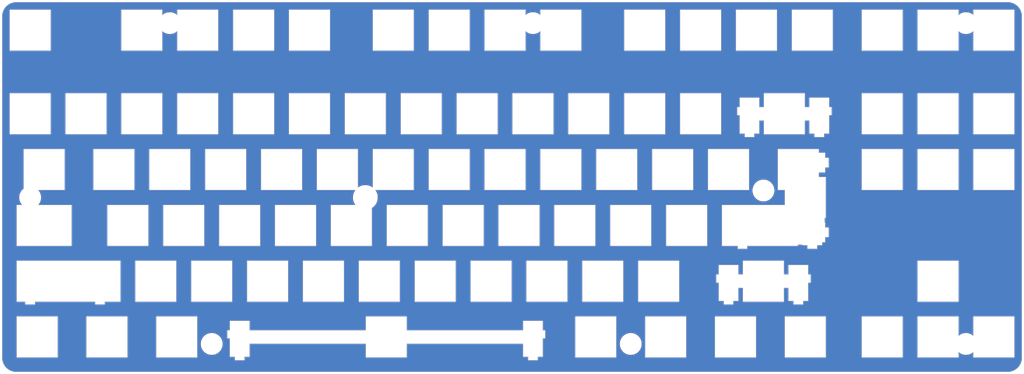
<source format=kicad_pcb>
(kicad_pcb (version 20221018) (generator pcbnew)
  (title_block (title "Belja80 Switchplate") (date "2023-02-26") (rev "1.0") (company "Egill Milan Gunnarsson") (comment 1 "Author:"))
  (layers (0 "F.Cu" signal) (31 "B.Cu" signal) (34 "B.Paste" user) (35 "F.Paste" user) (36 "B.SilkS" user "B.Silkscreen") (37 "F.SilkS" user "F.Silkscreen") (38 "B.Mask" user) (39 "F.Mask" user) (44 "Edge.Cuts" user))
  (net 0 "")
  (footprint "" (layer "F.Cu") (at 41.275 138.1125)
    (fp_text reference "" (at 0 0) (layer "F.SilkS") (effects (font (size 1.27 1.27))))
    (fp_text value "" (at 0 0) (layer "F.SilkS") (effects (font (size 1.27 1.27))))
    (pad "" np_thru_hole circle (at 0 0) (size 7 7) (drill 7) (layers "*.Cu" "*.Mask"))
  )
  (footprint "" (layer "F.Cu") (at 360.3625 78.58125)
    (fp_text reference "" (at 0 0) (layer "F.SilkS") (effects (font (size 1.27 1.27))))
    (fp_text value "" (at 0 0) (layer "F.SilkS") (effects (font (size 1.27 1.27))))
    (pad "" np_thru_hole circle (at 0 0) (size 7 7) (drill 7) (layers "*.Cu" "*.Mask"))
  )
  (footprint "" (layer "F.Cu") (at 291.30625 135.73125)
    (fp_text reference "" (at 0 0) (layer "F.SilkS") (effects (font (size 1.27 1.27))))
    (fp_text value "" (at 0 0) (layer "F.SilkS") (effects (font (size 1.27 1.27))))
    (pad "" np_thru_hole circle (at 0 0) (size 7 7) (drill 7) (layers "*.Cu" "*.Mask"))
  )
  (footprint "" (layer "F.Cu") (at 360.3625 188.11875)
    (fp_text reference "" (at 0 0) (layer "F.SilkS") (effects (font (size 1.27 1.27))))
    (fp_text value "" (at 0 0) (layer "F.SilkS") (effects (font (size 1.27 1.27))))
    (pad "" np_thru_hole circle (at 0 0) (size 7 7) (drill 7) (layers "*.Cu" "*.Mask"))
  )
  (footprint "" (layer "F.Cu") (at 103.1875 188.11875)
    (fp_text reference "" (at 0 0) (layer "F.SilkS") (effects (font (size 1.27 1.27))))
    (fp_text value "" (at 0 0) (layer "F.SilkS") (effects (font (size 1.27 1.27))))
    (pad "" np_thru_hole circle (at 0 0) (size 7 7) (drill 7) (layers "*.Cu" "*.Mask"))
  )
  (footprint "" (layer "F.Cu") (at 88.9 78.58125)
    (fp_text reference "" (at 0 0) (layer "F.SilkS") (effects (font (size 1.27 1.27))))
    (fp_text value "" (at 0 0) (layer "F.SilkS") (effects (font (size 1.27 1.27))))
    (pad "" np_thru_hole circle (at 0 0) (size 7 7) (drill 7) (layers "*.Cu" "*.Mask"))
  )
  (footprint "" (layer "F.Cu") (at 155.575 138.1125)
    (fp_text reference "" (at 0 0) (layer "F.SilkS") (effects (font (size 1.27 1.27))))
    (fp_text value "" (at 0 0) (layer "F.SilkS") (effects (font (size 1.27 1.27))))
    (pad "" np_thru_hole circle (at 0 0) (size 8 8) (drill 8) (layers "*.Cu" "*.Mask"))
  )
  (footprint "" (layer "F.Cu") (at 246.0625 188.11875)
    (fp_text reference "" (at 0 0) (layer "F.SilkS") (effects (font (size 1.27 1.27))))
    (fp_text value "" (at 0 0) (layer "F.SilkS") (effects (font (size 1.27 1.27))))
    (pad "" np_thru_hole circle (at 0 0) (size 7 7) (drill 7) (layers "*.Cu" "*.Mask"))
  )
  (footprint "" (layer "F.Cu") (at 212.725 78.58125)
    (fp_text reference "" (at 0 0) (layer "F.SilkS") (effects (font (size 1.27 1.27))))
    (fp_text value "" (at 0 0) (layer "F.SilkS") (effects (font (size 1.27 1.27))))
    (pad "" np_thru_hole circle (at 0 0) (size 7 7) (drill 7) (layers "*.Cu" "*.Mask"))
  )
  (gr_line (start 262.874915 87.9615) (end 262.874915 73.9625) (stroke (width 0.1)) (layer "Edge.Cuts"))
  (gr_line (start 303.067915 154.2123) (end 304.591915 154.2123) (stroke (width 0.1)) (layer "Edge.Cuts"))
  (gr_line (start 143.523915 87.9615) (end 129.523215 87.9615) (stroke (width 0.1)) (layer "Edge.Cuts"))
  (gr_line (start 267.348915 121.5874) (end 267.348915 135.5867) (stroke (width 0.1)) (layer "Edge.Cuts"))
  (gr_line (start 162.573915 102.5374) (end 162.573915 116.5367) (stroke (width 0.1)) (layer "Edge.Cuts"))
  (gr_line (start 313.562915 124.5624) (end 312.362915 124.5624) (stroke (width 0.1)) (layer "Edge.Cuts"))
  (gr_line (start 205.724915 116.5367) (end 205.724915 102.5374) (stroke (width 0.1)) (layer "Edge.Cuts"))
  (gr_line (start 169.717915 178.7374) (end 155.716915 178.7374) (stroke (width 0.1)) (layer "Edge.Cuts"))
  (gr_line (start 257.823915 87.9615) (end 243.824915 87.9615) (stroke (width 0.1)) (layer "Edge.Cuts"))
  (gr_line (start 124.473915 73.9625) (end 124.473915 87.9615) (stroke (width 0.1)) (layer "Edge.Cuts"))
  (gr_line (start 36.655825 173.6869) (end 39.631005 173.6869) (stroke (width 0.1)) (layer "Edge.Cuts"))
  (gr_line (start 288.198915 117.5069) (end 288.198915 116.3067) (stroke (width 0.1)) (layer "Edge.Cuts"))
  (gr_line (start 258.111915 154.6367) (end 258.111915 140.6374) (stroke (width 0.1)) (layer "Edge.Cuts"))
  (gr_line (start 74.467715 192.73686) (end 60.466915 192.73686) (stroke (width 0.1)) (layer "Edge.Cuts"))
  (gr_line (start 243.536915 173.6869) (end 229.536915 173.6869) (stroke (width 0.1)) (layer "Edge.Cuts"))
  (gr_line (start 291.449915 107.2379) (end 289.923915 107.2379) (stroke (width 0.1)) (layer "Edge.Cuts"))
  (gr_line (start 84.280915 192.73686) (end 84.280915 178.7374) (stroke (width 0.1)) (layer "Edge.Cuts"))
  (gr_line (start 227.155915 192.73686) (end 227.155915 178.7374) (stroke (width 0.1)) (layer "Edge.Cuts"))
  (gr_line (start 172.098915 121.5874) (end 172.098915 135.5867) (stroke (width 0.1)) (layer "Edge.Cuts"))
  (gr_line (start 253.061915 140.6374) (end 253.061915 154.6367) (stroke (width 0.1)) (layer "Edge.Cuts"))
  (gr_line (start 129.236415 173.6869) (end 115.237115 173.6869) (stroke (width 0.1)) (layer "Edge.Cuts"))
  (gr_line (start 91.136415 159.6875) (end 91.136415 173.6869) (stroke (width 0.1)) (layer "Edge.Cuts"))
  (gr_line (start 186.674915 116.5367) (end 186.674915 102.5374) (stroke (width 0.1)) (layer "Edge.Cuts"))
  (gr_line (start 304.591915 154.2123) (end 304.591915 154.4067) (stroke (width 0.1)) (layer "Edge.Cuts"))
  (gr_line (start 53.324615 116.5367) (end 53.324615 102.5374) (stroke (width 0.1)) (layer "Edge.Cuts"))
  (gr_line (start 298.304915 168.9878) (end 299.830915 168.9878) (stroke (width 0.1)) (layer "Edge.Cuts"))
  (gr_line (start 343.836915 116.5367) (end 343.836915 102.5374) (stroke (width 0.1)) (layer "Edge.Cuts"))
  (gr_line (start 138.761915 140.6374) (end 138.761915 154.6367) (stroke (width 0.1)) (layer "Edge.Cuts"))
  (gr_line (start 308.699915 116.3067) (end 308.699915 117.5069) (stroke (width 0.1)) (layer "Edge.Cuts"))
  (gr_line (start 314.549915 110.0368) (end 314.549915 107.2379) (stroke (width 0.1)) (layer "Edge.Cuts"))
  (gr_line (start 100.661415 140.6374) (end 100.661415 154.6367) (stroke (width 0.1)) (layer "Edge.Cuts"))
  (gr_line (start 281.054915 174.657) (end 281.054915 173.4567) (stroke (width 0.1)) (layer "Edge.Cuts"))
  (gr_line (start 324.786915 87.9615) (end 324.786915 73.9625) (stroke (width 0.1)) (layer "Edge.Cuts"))
  (gr_line (start 243.824915 73.9625) (end 257.823915 73.9625) (stroke (width 0.1)) (layer "Edge.Cuts"))
  (gr_line (start 295.923915 87.9615) (end 281.924915 87.9615) (stroke (width 0.1)) (layer "Edge.Cuts"))
  (gr_line (start 95.898915 135.5867) (end 81.899615 135.5867) (stroke (width 0.1)) (layer "Edge.Cuts"))
  (gr_line (start 313.723915 110.0368) (end 314.549915 110.0368) (stroke (width 0.1)) (layer "Edge.Cuts"))
  (gr_line (start 34.274565 116.5367) (end 34.274565 102.5374) (stroke (width 0.1)) (layer "Edge.Cuts"))
  (gr_line (start 72.374615 102.5374) (end 86.373915 102.5374) (stroke (width 0.1)) (layer "Edge.Cuts"))
  (gr_line (start 277.161915 140.6374) (end 277.161915 154.6367) (stroke (width 0.1)) (layer "Edge.Cuts"))
  (gr_line (start 76.848915 135.5867) (end 62.849615 135.5867) (stroke (width 0.1)) (layer "Edge.Cuts"))
  (gr_line (start 295.923915 73.9625) (end 295.923915 87.9615) (stroke (width 0.1)) (layer "Edge.Cuts"))
  (gr_line (start 357.836915 135.5867) (end 343.836915 135.5867) (stroke (width 0.1)) (layer "Edge.Cuts"))
  (gr_line (start 105.423915 73.9625) (end 105.423915 87.9615) (stroke (width 0.1)) (layer "Edge.Cuts"))
  (gr_line (start 53.324615 102.5374) (end 67.323915 102.5374) (stroke (width 0.1)) (layer "Edge.Cuts"))
  (gr_line (start 282.780915 164.3879) (end 282.780915 161.1577) (stroke (width 0.1)) (layer "Edge.Cuts"))
  (gr_line (start 282.780915 161.1577) (end 276.030915 161.1577) (stroke (width 0.1)) (layer "Edge.Cuts"))
  (gr_line (start 324.786915 192.73686) (end 324.786915 178.7374) (stroke (width 0.1)) (layer "Edge.Cuts"))
  (gr_line (start 216.092915 180.2077) (end 209.341915 180.2077) (stroke (width 0.1)) (layer "Edge.Cuts"))
  (gr_line (start 257.823915 73.9625) (end 257.823915 87.9615) (stroke (width 0.1)) (layer "Edge.Cuts"))
  (gr_line (start 219.723915 102.5374) (end 219.723915 116.5367) (stroke (width 0.1)) (layer "Edge.Cuts"))
  (gr_line (start 105.423915 87.9615) (end 91.424615 87.9615) (stroke (width 0.1)) (layer "Edge.Cuts"))
  (gr_line (start 191.148915 121.5874) (end 191.148915 135.5867) (stroke (width 0.1)) (layer "Edge.Cuts"))
  (gr_line (start 196.199915 87.9615) (end 196.199915 73.9625) (stroke (width 0.1)) (layer "Edge.Cuts"))
  (gr_line (start 362.886915 87.9615) (end 362.886915 73.9625) (stroke (width 0.1)) (layer "Edge.Cuts"))
  (gr_line (start 277.161915 154.6367) (end 282.516915 154.6367) (stroke (width 0.1)) (layer "Edge.Cuts"))
  (gr_line (start 310.211915 122.8373) (end 310.211915 121.5874) (stroke (width 0.1)) (layer "Edge.Cuts"))
  (gr_arc (start 31.75 76.2) (mid 33.144904 72.832404) (end 36.5125 71.4375) (stroke (width 0.1)) (layer "Edge.Cuts"))
  (gr_line (start 155.716915 188.03777) (end 155.716915 192.73686) (stroke (width 0.1)) (layer "Edge.Cuts"))
  (gr_line (start 157.811915 140.6374) (end 157.811915 154.6367) (stroke (width 0.1)) (layer "Edge.Cuts"))
  (gr_line (start 39.631005 174.657) (end 42.930015 174.657) (stroke (width 0.1)) (layer "Edge.Cuts"))
  (gr_line (start 195.911915 154.6367) (end 181.911915 154.6367) (stroke (width 0.1)) (layer "Edge.Cuts"))
  (gr_line (start 324.786915 73.9625) (end 338.786915 73.9625) (stroke (width 0.1)) (layer "Edge.Cuts"))
  (gr_line (start 115.237115 159.6875) (end 129.236415 159.6875) (stroke (width 0.1)) (layer "Edge.Cuts"))
  (gr_line (start 158.099915 135.5867) (end 158.099915 121.5874) (stroke (width 0.1)) (layer "Edge.Cuts"))
  (gr_line (start 312.166915 146.6375) (end 312.166915 145.1117) (stroke (width 0.1)) (layer "Edge.Cuts"))
  (gr_line (start 313.562915 151.6618) (end 313.562915 148.3626) (stroke (width 0.1)) (layer "Edge.Cuts"))
  (gr_line (start 276.030915 167.1867) (end 276.030915 173.4567) (stroke (width 0.1)) (layer "Edge.Cuts"))
  (gr_line (start 155.716915 192.73686) (end 169.717915 192.73686) (stroke (width 0.1)) (layer "Edge.Cuts"))
  (gr_line (start 209.341915 192.50673) (end 211.066915 192.50673) (stroke (width 0.1)) (layer "Edge.Cuts"))
  (gr_line (start 309.617915 154.4067) (end 311.342915 154.4067) (stroke (width 0.1)) (layer "Edge.Cuts"))
  (gr_line (start 176.861915 140.6374) (end 176.861915 154.6367) (stroke (width 0.1)) (layer "Edge.Cuts"))
  (gr_line (start 81.611415 140.6374) (end 81.611415 154.6367) (stroke (width 0.1)) (layer "Edge.Cuts"))
  (gr_line (start 48.274115 116.5367) (end 34.274565 116.5367) (stroke (width 0.1)) (layer "Edge.Cuts"))
  (gr_line (start 114.948915 121.5874) (end 114.948915 135.5867) (stroke (width 0.1)) (layer "Edge.Cuts"))
  (gr_line (start 276.873915 102.5374) (end 276.873915 116.5367) (stroke (width 0.1)) (layer "Edge.Cuts"))
  (gr_line (start 181.623915 102.5374) (end 181.623915 116.5367) (stroke (width 0.1)) (layer "Edge.Cuts"))
  (gr_line (start 36.5125 197.64375) (end 374.65 197.64375) (stroke (width 0.1)) (layer "Edge.Cuts"))
  (gr_line (start 91.424615 73.9625) (end 105.423915 73.9625) (stroke (width 0.1)) (layer "Edge.Cuts"))
  (gr_line (start 248.586915 173.6869) (end 248.586915 159.6875) (stroke (width 0.1)) (layer "Edge.Cuts"))
  (gr_line (start 276.030915 164.3879) (end 275.204915 164.3879) (stroke (width 0.1)) (layer "Edge.Cuts"))
  (gr_line (start 153.336915 159.6875) (end 167.336915 159.6875) (stroke (width 0.1)) (layer "Edge.Cuts"))
  (gr_line (start 306.974915 107.2379) (end 305.448915 107.2379) (stroke (width 0.1)) (layer "Edge.Cuts"))
  (gr_line (start 362.886915 178.7374) (end 376.886915 178.7374) (stroke (width 0.1)) (layer "Edge.Cuts"))
  (gr_line (start 258.111915 140.6374) (end 272.111915 140.6374) (stroke (width 0.1)) (layer "Edge.Cuts"))
  (gr_line (start 374.65 71.4375) (end 36.5125 71.4375) (stroke (width 0.1)) (layer "Edge.Cuts"))
  (gr_line (start 96.187115 159.6875) (end 110.186415 159.6875) (stroke (width 0.1)) (layer "Edge.Cuts"))
  (gr_line (start 285.815915 154.6367) (end 303.067915 154.6367) (stroke (width 0.1)) (layer "Edge.Cuts"))
  (gr_line (start 343.836915 173.6869) (end 343.836915 159.6875) (stroke (width 0.1)) (layer "Edge.Cuts"))
  (gr_line (start 284.304915 164.3879) (end 282.780915 164.3879) (stroke (width 0.1)) (layer "Edge.Cuts"))
  (gr_line (start 167.336915 173.6869) (end 153.336915 173.6869) (stroke (width 0.1)) (layer "Edge.Cuts"))
  (gr_line (start 299.830915 161.1577) (end 299.830915 164.3879) (stroke (width 0.1)) (layer "Edge.Cuts"))
  (gr_line (start 257.823915 102.5374) (end 257.823915 116.5367) (stroke (width 0.1)) (layer "Edge.Cuts"))
  (gr_line (start 91.424615 116.5367) (end 91.424615 102.5374) (stroke (width 0.1)) (layer "Edge.Cuts"))
  (gr_line (start 229.536915 159.6875) (end 243.536915 159.6875) (stroke (width 0.1)) (layer "Edge.Cuts"))
  (gr_line (start 362.886915 135.5867) (end 362.886915 121.5874) (stroke (width 0.1)) (layer "Edge.Cuts"))
  (gr_line (start 307.405915 167.1867) (end 307.405915 164.3879) (stroke (width 0.1)) (layer "Edge.Cuts"))
  (gr_line (start 220.011915 140.6374) (end 234.011915 140.6374) (stroke (width 0.1)) (layer "Edge.Cuts"))
  (gr_line (start 298.591915 140.6374) (end 277.161915 140.6374) (stroke (width 0.1)) (layer "Edge.Cuts"))
  (gr_line (start 195.911915 140.6374) (end 195.911915 154.6367) (stroke (width 0.1)) (layer "Edge.Cuts"))
  (gr_line (start 283.174915 104.0078) (end 283.174915 107.2379) (stroke (width 0.1)) (layer "Edge.Cuts"))
  (gr_line (start 95.898915 121.5874) (end 95.898915 135.5867) (stroke (width 0.1)) (layer "Edge.Cuts"))
  (gr_line (start 376.886915 178.7374) (end 376.886915 192.73686) (stroke (width 0.1)) (layer "Edge.Cuts"))
  (gr_line (start 312.592915 131.1124) (end 310.211915 131.1124) (stroke (width 0.1)) (layer "Edge.Cuts"))
  (gr_line (start 362.886915 192.73686) (end 362.886915 178.7374) (stroke (width 0.1)) (layer "Edge.Cuts"))
  (gr_line (start 313.723915 116.3067) (end 313.723915 110.0368) (stroke (width 0.1)) (layer "Edge.Cuts"))
  (gr_line (start 281.924915 87.9615) (end 281.924915 73.9625) (stroke (width 0.1)) (layer "Edge.Cuts"))
  (gr_line (start 296.211915 121.5874) (end 296.211915 135.5867) (stroke (width 0.1)) (layer "Edge.Cuts"))
  (gr_line (start 114.948915 135.5867) (end 100.949615 135.5867) (stroke (width 0.1)) (layer "Edge.Cuts"))
  (gr_line (start 86.373915 87.9615) (end 72.374615 87.9615) (stroke (width 0.1)) (layer "Edge.Cuts"))
  (gr_line (start 283.174915 110.0368) (end 283.174915 116.3067) (stroke (width 0.1)) (layer "Edge.Cuts"))
  (gr_line (start 282.348915 107.2379) (end 282.348915 110.0368) (stroke (width 0.1)) (layer "Edge.Cuts"))
  (gr_line (start 148.572915 116.5367) (end 148.572915 102.5374) (stroke (width 0.1)) (layer "Edge.Cuts"))
  (gr_line (start 357.836915 121.5874) (end 357.836915 135.5867) (stroke (width 0.1)) (layer "Edge.Cuts"))
  (gr_line (start 229.536915 173.6869) (end 229.536915 159.6875) (stroke (width 0.1)) (layer "Edge.Cuts"))
  (gr_line (start 72.374615 87.9615) (end 72.374615 73.9625) (stroke (width 0.1)) (layer "Edge.Cuts"))
  (gr_line (start 110.474615 87.9615) (end 110.474615 73.9625) (stroke (width 0.1)) (layer "Edge.Cuts"))
  (gr_line (start 298.304915 159.6875) (end 284.304915 159.6875) (stroke (width 0.1)) (layer "Edge.Cuts"))
  (gr_line (start 311.998915 116.3067) (end 313.723915 116.3067) (stroke (width 0.1)) (layer "Edge.Cuts"))
  (gr_line (start 284.304915 168.9878) (end 284.304915 173.6869) (stroke (width 0.1)) (layer "Edge.Cuts"))
  (gr_line (start 313.723915 104.0078) (end 306.974915 104.0078) (stroke (width 0.1)) (layer "Edge.Cuts"))
  (gr_line (start 304.591915 154.4067) (end 306.316915 154.4067) (stroke (width 0.1)) (layer "Edge.Cuts"))
  (gr_line (start 72.374615 73.9625) (end 86.373915 73.9625) (stroke (width 0.1)) (layer "Edge.Cuts"))
  (gr_line (start 291.449915 102.5374) (end 291.449915 107.2379) (stroke (width 0.1)) (layer "Edge.Cuts"))
  (gr_line (start 275.204915 167.1867) (end 276.030915 167.1867) (stroke (width 0.1)) (layer "Edge.Cuts"))
  (gr_line (start 362.886915 102.5374) (end 376.886915 102.5374) (stroke (width 0.1)) (layer "Edge.Cuts"))
  (gr_line (start 248.298915 135.5867) (end 234.299915 135.5867) (stroke (width 0.1)) (layer "Edge.Cuts"))
  (gr_line (start 262.874915 116.5367) (end 262.874915 102.5374) (stroke (width 0.1)) (layer "Edge.Cuts"))
  (gr_line (start 116.093015 183.4379) (end 116.093015 180.2077) (stroke (width 0.1)) (layer "Edge.Cuts"))
  (gr_line (start 289.923915 116.3067) (end 289.923915 111.8377) (stroke (width 0.1)) (layer "Edge.Cuts"))
  (gr_line (start 181.911915 140.6374) (end 195.911915 140.6374) (stroke (width 0.1)) (layer "Edge.Cuts"))
  (gr_line (start 124.762115 154.6367) (end 124.762115 140.6374) (stroke (width 0.1)) (layer "Edge.Cuts"))
  (gr_line (start 253.349915 135.5867) (end 253.349915 121.5874) (stroke (width 0.1)) (layer "Edge.Cuts"))
  (gr_line (start 215.249915 121.5874) (end 229.248915 121.5874) (stroke (width 0.1)) (layer "Edge.Cuts"))
  (gr_line (start 343.836915 178.7374) (end 357.836915 178.7374) (stroke (width 0.1)) (layer "Edge.Cuts"))
  (gr_line (start 211.066915 192.50673) (end 211.066915 193.707) (stroke (width 0.1)) (layer "Edge.Cuts"))
  (gr_line (start 110.474615 73.9625) (end 124.473915 73.9625) (stroke (width 0.1)) (layer "Edge.Cuts"))
  (gr_line (start 305.448915 111.8377) (end 306.974915 111.8377) (stroke (width 0.1)) (layer "Edge.Cuts"))
  (gr_line (start 284.304915 159.6875) (end 284.304915 164.3879) (stroke (width 0.1)) (layer "Edge.Cuts"))
  (gr_line (start 362.886915 121.5874) (end 376.886915 121.5874) (stroke (width 0.1)) (layer "Edge.Cuts"))
  (gr_line (start 286.398915 121.5874) (end 286.398915 135.5867) (stroke (width 0.1)) (layer "Edge.Cuts"))
  (gr_line (start 276.873915 87.9615) (end 262.874915 87.9615) (stroke (width 0.1)) (layer "Edge.Cuts"))
  (gr_line (start 172.098915 87.9615) (end 158.099915 87.9615) (stroke (width 0.1)) (layer "Edge.Cuts"))
  (gr_line (start 66.730115 173.6869) (end 72.086415 173.6869) (stroke (width 0.1)) (layer "Edge.Cuts"))
  (gr_line (start 119.711415 154.6367) (end 105.712115 154.6367) (stroke (width 0.1)) (layer "Edge.Cuts"))
  (gr_line (start 110.186415 159.6875) (end 110.186415 173.6869) (stroke (width 0.1)) (layer "Edge.Cuts"))
  (gr_line (start 311.342915 154.4067) (end 311.342915 153.3868) (stroke (width 0.1)) (layer "Edge.Cuts"))
  (gr_line (start 105.712115 140.6374) (end 119.711415 140.6374) (stroke (width 0.1)) (layer "Edge.Cuts"))
  (gr_line (start 111.066915 193.707) (end 114.367515 193.707) (stroke (width 0.1)) (layer "Edge.Cuts"))
  (gr_line (start 158.099915 87.9615) (end 158.099915 73.9625) (stroke (width 0.1)) (layer "Edge.Cuts"))
  (gr_line (start 234.011915 154.6367) (end 220.011915 154.6367) (stroke (width 0.1)) (layer "Edge.Cuts"))
  (gr_line (start 158.099915 73.9625) (end 172.098915 73.9625) (stroke (width 0.1)) (layer "Edge.Cuts"))
  (gr_line (start 310.211915 121.5874) (end 296.211915 121.5874) (stroke (width 0.1)) (layer "Edge.Cuts"))
  (gr_line (start 48.274115 87.9615) (end 34.274565 87.9615) (stroke (width 0.1)) (layer "Edge.Cuts"))
  (gr_line (start 62.849615 135.5867) (end 62.849615 121.5874) (stroke (width 0.1)) (layer "Edge.Cuts"))
  (gr_line (start 36.655825 140.6374) (end 55.417815 140.6374) (stroke (width 0.1)) (layer "Edge.Cuts"))
  (gr_line (start 248.586915 159.6875) (end 262.586915 159.6875) (stroke (width 0.1)) (layer "Edge.Cuts"))
  (gr_line (start 157.811915 154.6367) (end 143.811915 154.6367) (stroke (width 0.1)) (layer "Edge.Cuts"))
  (gr_line (start 124.473915 116.5367) (end 110.474615 116.5367) (stroke (width 0.1)) (layer "Edge.Cuts"))
  (gr_line (start 50.655315 178.7374) (end 50.655315 192.73686) (stroke (width 0.1)) (layer "Edge.Cuts"))
  (gr_line (start 312.592915 192.73686) (end 298.591915 192.73686) (stroke (width 0.1)) (layer "Edge.Cuts"))
  (gr_line (start 338.786915 116.5367) (end 324.786915 116.5367) (stroke (width 0.1)) (layer "Edge.Cuts"))
  (gr_line (start 376.886915 87.9615) (end 362.886915 87.9615) (stroke (width 0.1)) (layer "Edge.Cuts"))
  (gr_line (start 224.486915 159.6875) (end 224.486915 173.6869) (stroke (width 0.1)) (layer "Edge.Cuts"))
  (gr_line (start 63.429715 173.6869) (end 63.429715 174.657) (stroke (width 0.1)) (layer "Edge.Cuts"))
  (gr_line (start 314.973915 73.9625) (end 314.973915 87.9615) (stroke (width 0.1)) (layer "Edge.Cuts"))
  (gr_line (start 55.417815 140.6374) (end 55.417815 154.6367) (stroke (width 0.1)) (layer "Edge.Cuts"))
  (gr_line (start 281.054915 173.4567) (end 282.780915 173.4567) (stroke (width 0.1)) (layer "Edge.Cuts"))
  (gr_line (start 186.386915 159.6875) (end 186.386915 173.6869) (stroke (width 0.1)) (layer "Edge.Cuts"))
  (gr_line (start 111.066915 192.50673) (end 111.066915 193.707) (stroke (width 0.1)) (layer "Edge.Cuts"))
  (gr_line (start 376.886915 73.9625) (end 376.886915 87.9615) (stroke (width 0.1)) (layer "Edge.Cuts"))
  (gr_line (start 284.304915 173.6869) (end 298.304915 173.6869) (stroke (width 0.1)) (layer "Edge.Cuts"))
  (gr_line (start 243.824915 87.9615) (end 243.824915 73.9625) (stroke (width 0.1)) (layer "Edge.Cuts"))
  (gr_line (start 324.786915 121.5874) (end 338.786915 121.5874) (stroke (width 0.1)) (layer "Edge.Cuts"))
  (gr_line (start 298.591915 192.73686) (end 298.591915 178.7374) (stroke (width 0.1)) (layer "Edge.Cuts"))
  (gr_line (start 253.349915 121.5874) (end 267.348915 121.5874) (stroke (width 0.1)) (layer "Edge.Cuts"))
  (gr_line (start 229.248915 73.9625) (end 229.248915 87.9615) (stroke (width 0.1)) (layer "Edge.Cuts"))
  (gr_line (start 34.274565 102.5374) (end 48.274115 102.5374) (stroke (width 0.1)) (layer "Edge.Cuts"))
  (gr_line (start 276.030915 161.1577) (end 276.030915 164.3879) (stroke (width 0.1)) (layer "Edge.Cuts"))
  (gr_line (start 338.786915 192.73686) (end 324.786915 192.73686) (stroke (width 0.1)) (layer "Edge.Cuts"))
  (gr_line (start 67.323915 102.5374) (end 67.323915 116.5367) (stroke (width 0.1)) (layer "Edge.Cuts"))
  (gr_line (start 312.166915 145.1117) (end 312.592915 145.1117) (stroke (width 0.1)) (layer "Edge.Cuts"))
  (gr_line (start 338.786915 178.7374) (end 338.786915 192.73686) (stroke (width 0.1)) (layer "Edge.Cuts"))
  (gr_line (start 186.386915 173.6869) (end 172.386915 173.6869) (stroke (width 0.1)) (layer "Edge.Cuts"))
  (gr_line (start 72.086415 173.6869) (end 72.086415 159.6875) (stroke (width 0.1)) (layer "Edge.Cuts"))
  (gr_line (start 119.999615 135.5867) (end 119.999615 121.5874) (stroke (width 0.1)) (layer "Edge.Cuts"))
  (gr_line (start 274.780915 192.73686) (end 274.780915 178.7374) (stroke (width 0.1)) (layer "Edge.Cuts"))
  (gr_line (start 229.248915 87.9615) (end 215.249915 87.9615) (stroke (width 0.1)) (layer "Edge.Cuts"))
  (gr_line (start 272.111915 154.6367) (end 258.111915 154.6367) (stroke (width 0.1)) (layer "Edge.Cuts"))
  (gr_line (start 306.579915 164.3879) (end 306.579915 161.1577) (stroke (width 0.1)) (layer "Edge.Cuts"))
  (gr_line (start 169.717915 183.4379) (end 169.717915 178.7374) (stroke (width 0.1)) (layer "Edge.Cuts"))
  (gr_line (start 91.424615 102.5374) (end 105.423915 102.5374) (stroke (width 0.1)) (layer "Edge.Cuts"))
  (gr_line (start 91.424615 87.9615) (end 91.424615 73.9625) (stroke (width 0.1)) (layer "Edge.Cuts"))
  (gr_line (start 314.549915 107.2379) (end 313.723915 107.2379) (stroke (width 0.1)) (layer "Edge.Cuts"))
  (gr_line (start 186.674915 102.5374) (end 200.673915 102.5374) (stroke (width 0.1)) (layer "Edge.Cuts"))
  (gr_line (start 262.874915 102.5374) (end 276.873915 102.5374) (stroke (width 0.1)) (layer "Edge.Cuts"))
  (gr_line (start 324.786915 116.5367) (end 324.786915 102.5374) (stroke (width 0.1)) (layer "Edge.Cuts"))
  (gr_line (start 250.966915 192.73686) (end 250.966915 178.7374) (stroke (width 0.1)) (layer "Edge.Cuts"))
  (gr_line (start 376.886915 121.5874) (end 376.886915 135.5867) (stroke (width 0.1)) (layer "Edge.Cuts"))
  (gr_line (start 314.973915 87.9615) (end 300.974915 87.9615) (stroke (width 0.1)) (layer "Edge.Cuts"))
  (gr_line (start 282.348915 110.0368) (end 283.174915 110.0368) (stroke (width 0.1)) (layer "Edge.Cuts"))
  (gr_line (start 262.586915 173.6869) (end 248.586915 173.6869) (stroke (width 0.1)) (layer "Edge.Cuts"))
  (gr_line (start 81.899615 121.5874) (end 95.898915 121.5874) (stroke (width 0.1)) (layer "Edge.Cuts"))
  (gr_line (start 312.362915 124.5624) (end 312.362915 122.8373) (stroke (width 0.1)) (layer "Edge.Cuts"))
  (gr_line (start 311.342915 153.3868) (end 312.362915 153.3868) (stroke (width 0.1)) (layer "Edge.Cuts"))
  (gr_line (start 191.436915 173.6869) (end 191.436915 159.6875) (stroke (width 0.1)) (layer "Edge.Cuts"))
  (gr_line (start 239.061915 154.6367) (end 239.061915 140.6374) (stroke (width 0.1)) (layer "Edge.Cuts"))
  (gr_line (start 124.473915 87.9615) (end 110.474615 87.9615) (stroke (width 0.1)) (layer "Edge.Cuts"))
  (gr_line (start 42.930015 174.657) (end 42.930015 173.6869) (stroke (width 0.1)) (layer "Edge.Cuts"))
  (gr_line (start 167.624915 102.5374) (end 181.623915 102.5374) (stroke (width 0.1)) (layer "Edge.Cuts"))
  (gr_line (start 357.836915 178.7374) (end 357.836915 192.73686) (stroke (width 0.1)) (layer "Edge.Cuts"))
  (gr_line (start 86.373915 73.9625) (end 86.373915 87.9615) (stroke (width 0.1)) (layer "Edge.Cuts"))
  (gr_line (start 284.897915 116.3067) (end 284.897915 117.5069) (stroke (width 0.1)) (layer "Edge.Cuts"))
  (gr_line (start 148.286915 159.6875) (end 148.286915 173.6869) (stroke (width 0.1)) (layer "Edge.Cuts"))
  (gr_line (start 209.341915 183.4379) (end 169.717915 183.4379) (stroke (width 0.1)) (layer "Edge.Cuts"))
  (gr_line (start 172.098915 73.9625) (end 172.098915 87.9615) (stroke (width 0.1)) (layer "Edge.Cuts"))
  (gr_line (start 108.517815 186.23666) (end 109.341915 186.23666) (stroke (width 0.1)) (layer "Edge.Cuts"))
  (gr_line (start 306.579915 173.4567) (end 306.579915 167.1867) (stroke (width 0.1)) (layer "Edge.Cuts"))
  (gr_line (start 155.716915 178.7374) (end 155.716915 183.4379) (stroke (width 0.1)) (layer "Edge.Cuts"))
  (gr_line (start 86.662115 154.6367) (end 86.662115 140.6374) (stroke (width 0.1)) (layer "Edge.Cuts"))
  (gr_line (start 191.436915 159.6875) (end 205.436915 159.6875) (stroke (width 0.1)) (layer "Edge.Cuts"))
  (gr_line (start 264.967915 178.7374) (end 264.967915 192.73686) (stroke (width 0.1)) (layer "Edge.Cuts"))
  (gr_line (start 338.786915 102.5374) (end 338.786915 116.5367) (stroke (width 0.1)) (layer "Edge.Cuts"))
  (gr_line (start 357.836915 192.73686) (end 343.836915 192.73686) (stroke (width 0.1)) (layer "Edge.Cuts"))
  (gr_line (start 305.448915 116.5367) (end 305.448915 111.8377) (stroke (width 0.1)) (layer "Edge.Cuts"))
  (gr_line (start 312.592915 145.1117) (end 312.592915 131.1124) (stroke (width 0.1)) (layer "Edge.Cuts"))
  (gr_line (start 282.780915 173.4567) (end 282.780915 168.9878) (stroke (width 0.1)) (layer "Edge.Cuts"))
  (gr_line (start 134.286915 173.6869) (end 134.286915 159.6875) (stroke (width 0.1)) (layer "Edge.Cuts"))
  (gr_line (start 158.099915 121.5874) (end 172.098915 121.5874) (stroke (width 0.1)) (layer "Edge.Cuts"))
  (gr_line (start 214.961915 154.6367) (end 200.961915 154.6367) (stroke (width 0.1)) (layer "Edge.Cuts"))
  (gr_line (start 306.579915 167.1867) (end 307.405915 167.1867) (stroke (width 0.1)) (layer "Edge.Cuts"))
  (gr_line (start 298.591915 135.5867) (end 298.591915 140.6374) (stroke (width 0.1)) (layer "Edge.Cuts"))
  (gr_line (start 338.786915 135.5867) (end 324.786915 135.5867) (stroke (width 0.1)) (layer "Edge.Cuts"))
  (gr_line (start 301.555915 174.657) (end 304.854915 174.657) (stroke (width 0.1)) (layer "Edge.Cuts"))
  (gr_line (start 291.449915 116.5367) (end 305.448915 116.5367) (stroke (width 0.1)) (layer "Edge.Cuts"))
  (gr_line (start 210.486915 159.6875) (end 224.486915 159.6875) (stroke (width 0.1)) (layer "Edge.Cuts"))
  (gr_line (start 39.037075 121.5874) (end 53.036615 121.5874) (stroke (width 0.1)) (layer "Edge.Cuts"))
  (gr_line (start 275.204915 164.3879) (end 275.204915 167.1867) (stroke (width 0.1)) (layer "Edge.Cuts"))
  (gr_line (start 343.836915 121.5874) (end 357.836915 121.5874) (stroke (width 0.1)) (layer "Edge.Cuts"))
  (gr_line (start 177.149915 135.5867) (end 177.149915 121.5874) (stroke (width 0.1)) (layer "Edge.Cuts"))
  (gr_line (start 282.516915 155.6069) (end 285.815915 155.6069) (stroke (width 0.1)) (layer "Edge.Cuts"))
  (gr_line (start 312.362915 148.3626) (end 312.362915 146.6375) (stroke (width 0.1)) (layer "Edge.Cuts"))
  (gr_line (start 238.773915 102.5374) (end 238.773915 116.5367) (stroke (width 0.1)) (layer "Edge.Cuts"))
  (gr_line (start 224.774915 102.5374) (end 238.773915 102.5374) (stroke (width 0.1)) (layer "Edge.Cuts"))
  (gr_line (start 77.137115 159.6875) (end 91.136415 159.6875) (stroke (width 0.1)) (layer "Edge.Cuts"))
  (gr_line (start 357.836915 173.6869) (end 343.836915 173.6869) (stroke (width 0.1)) (layer "Edge.Cuts"))
  (gr_line (start 324.786915 102.5374) (end 338.786915 102.5374) (stroke (width 0.1)) (layer "Edge.Cuts"))
  (gr_line (start 343.836915 192.73686) (end 343.836915 178.7374) (stroke (width 0.1)) (layer "Edge.Cuts"))
  (gr_line (start 215.249915 73.9625) (end 229.248915 73.9625) (stroke (width 0.1)) (layer "Edge.Cuts"))
  (gr_line (start 84.280915 178.7374) (end 98.280215 178.7374) (stroke (width 0.1)) (layer "Edge.Cuts"))
  (gr_line (start 286.398915 135.5867) (end 272.399915 135.5867) (stroke (width 0.1)) (layer "Edge.Cuts"))
  (gr_line (start 248.298915 121.5874) (end 248.298915 135.5867) (stroke (width 0.1)) (layer "Edge.Cuts"))
  (gr_line (start 216.916915 186.23666) (end 216.916915 183.4379) (stroke (width 0.1)) (layer "Edge.Cuts"))
  (gr_line (start 105.712115 154.6367) (end 105.712115 140.6374) (stroke (width 0.1)) (layer "Edge.Cuts"))
  (gr_line (start 343.836915 159.6875) (end 357.836915 159.6875) (stroke (width 0.1)) (layer "Edge.Cuts"))
  (gr_line (start 53.036615 121.5874) (end 53.036615 135.5867) (stroke (width 0.1)) (layer "Edge.Cuts"))
  (gr_line (start 34.274565 87.9615) (end 34.274565 73.9625) (stroke (width 0.1)) (layer "Edge.Cuts"))
  (gr_line (start 148.286915 173.6869) (end 134.286915 173.6869) (stroke (width 0.1)) (layer "Edge.Cuts"))
  (gr_line (start 129.523215 87.9615) (end 129.523215 73.9625) (stroke (width 0.1)) (layer "Edge.Cuts"))
  (gr_line (start 36.655825 192.73686) (end 36.655825 178.7374) (stroke (width 0.1)) (layer "Edge.Cuts"))
  (gr_line (start 291.449915 111.8377) (end 291.449915 116.5367) (stroke (width 0.1)) (layer "Edge.Cuts"))
  (gr_line (start 376.886915 116.5367) (end 362.886915 116.5367) (stroke (width 0.1)) (layer "Edge.Cuts"))
  (gr_line (start 324.786915 178.7374) (end 338.786915 178.7374) (stroke (width 0.1)) (layer "Edge.Cuts"))
  (gr_line (start 306.316915 155.6069) (end 309.617915 155.6069) (stroke (width 0.1)) (layer "Edge.Cuts"))
  (gr_line (start 172.386915 173.6869) (end 172.386915 159.6875) (stroke (width 0.1)) (layer "Edge.Cuts"))
  (gr_line (start 138.761915 154.6367) (end 124.762115 154.6367) (stroke (width 0.1)) (layer "Edge.Cuts"))
  (gr_line (start 114.367515 193.707) (end 114.367515 192.50673) (stroke (width 0.1)) (layer "Edge.Cuts"))
  (gr_line (start 357.836915 87.9615) (end 343.836915 87.9615) (stroke (width 0.1)) (layer "Edge.Cuts"))
  (gr_line (start 100.661415 154.6367) (end 86.662115 154.6367) (stroke (width 0.1)) (layer "Edge.Cuts"))
  (gr_line (start 289.923915 111.8377) (end 291.449915 111.8377) (stroke (width 0.1)) (layer "Edge.Cuts"))
  (gr_line (start 169.717915 188.03777) (end 209.341915 188.03777) (stroke (width 0.1)) (layer "Edge.Cuts"))
  (gr_line (start 100.949615 121.5874) (end 114.948915 121.5874) (stroke (width 0.1)) (layer "Edge.Cuts"))
  (gr_line (start 281.924915 73.9625) (end 295.923915 73.9625) (stroke (width 0.1)) (layer "Edge.Cuts"))
  (gr_line (start 191.148915 87.9615) (end 177.149915 87.9615) (stroke (width 0.1)) (layer "Edge.Cuts"))
  (gr_line (start 114.367515 192.50673) (end 116.093015 192.50673) (stroke (width 0.1)) (layer "Edge.Cuts"))
  (gr_line (start 133.998915 121.5874) (end 133.998915 135.5867) (stroke (width 0.1)) (layer "Edge.Cuts"))
  (gr_line (start 177.149915 87.9615) (end 177.149915 73.9625) (stroke (width 0.1)) (layer "Edge.Cuts"))
  (gr_line (start 200.961915 154.6367) (end 200.961915 140.6374) (stroke (width 0.1)) (layer "Edge.Cuts"))
  (gr_line (start 282.780915 168.9878) (end 284.304915 168.9878) (stroke (width 0.1)) (layer "Edge.Cuts"))
  (gr_line (start 124.473915 102.5374) (end 124.473915 116.5367) (stroke (width 0.1)) (layer "Edge.Cuts"))
  (gr_line (start 312.362915 146.6375) (end 312.166915 146.6375) (stroke (width 0.1)) (layer "Edge.Cuts"))
  (gr_line (start 289.923915 107.2379) (end 289.923915 104.0078) (stroke (width 0.1)) (layer "Edge.Cuts"))
  (gr_line (start 250.966915 178.7374) (end 264.967915 178.7374) (stroke (width 0.1)) (layer "Edge.Cuts"))
  (gr_line (start 267.348915 135.5867) (end 253.349915 135.5867) (stroke (width 0.1)) (layer "Edge.Cuts"))
  (gr_line (start 216.916915 183.4379) (end 216.092915 183.4379) (stroke (width 0.1)) (layer "Edge.Cuts"))
  (gr_line (start 288.779915 178.7374) (end 288.779915 192.73686) (stroke (width 0.1)) (layer "Edge.Cuts"))
  (gr_line (start 110.474615 116.5367) (end 110.474615 102.5374) (stroke (width 0.1)) (layer "Edge.Cuts"))
  (gr_line (start 36.655825 154.6367) (end 36.655825 140.6374) (stroke (width 0.1)) (layer "Edge.Cuts"))
  (gr_line (start 238.773915 116.5367) (end 224.774915 116.5367) (stroke (width 0.1)) (layer "Edge.Cuts"))
  (gr_line (start 169.717915 192.73686) (end 169.717915 188.03777) (stroke (width 0.1)) (layer "Edge.Cuts"))
  (gr_line (start 74.467715 178.7374) (end 74.467715 192.73686) (stroke (width 0.1)) (layer "Edge.Cuts"))
  (gr_line (start 200.673915 102.5374) (end 200.673915 116.5367) (stroke (width 0.1)) (layer "Edge.Cuts"))
  (gr_line (start 214.961915 140.6374) (end 214.961915 154.6367) (stroke (width 0.1)) (layer "Edge.Cuts"))
  (gr_line (start 91.136415 173.6869) (end 77.137115 173.6869) (stroke (width 0.1)) (layer "Edge.Cuts"))
  (gr_line (start 312.362915 122.8373) (end 310.211915 122.8373) (stroke (width 0.1)) (layer "Edge.Cuts"))
  (gr_line (start 39.037075 135.5867) (end 39.037075 121.5874) (stroke (width 0.1)) (layer "Edge.Cuts"))
  (gr_line (start 162.861915 140.6374) (end 176.861915 140.6374) (stroke (width 0.1)) (layer "Edge.Cuts"))
  (gr_line (start 98.280215 192.73686) (end 84.280915 192.73686) (stroke (width 0.1)) (layer "Edge.Cuts"))
  (gr_line (start 313.562915 127.8616) (end 313.562915 124.5624) (stroke (width 0.1)) (layer "Edge.Cuts"))
  (gr_line (start 63.429715 174.657) (end 66.730115 174.657) (stroke (width 0.1)) (layer "Edge.Cuts"))
  (gr_line (start 66.730115 174.657) (end 66.730115 173.6869) (stroke (width 0.1)) (layer "Edge.Cuts"))
  (gr_line (start 210.198915 87.9615) (end 196.199915 87.9615) (stroke (width 0.1)) (layer "Edge.Cuts"))
  (gr_line (start 343.836915 87.9615) (end 343.836915 73.9625) (stroke (width 0.1)) (layer "Edge.Cuts"))
  (gr_line (start 162.861915 154.6367) (end 162.861915 140.6374) (stroke (width 0.1)) (layer "Edge.Cuts"))
  (gr_line (start 124.762115 140.6374) (end 138.761915 140.6374) (stroke (width 0.1)) (layer "Edge.Cuts"))
  (gr_line (start 296.211915 135.5867) (end 298.591915 135.5867) (stroke (width 0.1)) (layer "Edge.Cuts"))
  (gr_line (start 209.341915 180.2077) (end 209.341915 183.4379) (stroke (width 0.1)) (layer "Edge.Cuts"))
  (gr_arc (start 374.65 71.4375) (mid 378.017573 72.832439) (end 379.4125 76.200017) (stroke (width 0.1)) (layer "Edge.Cuts"))
  (gr_line (start 215.249915 87.9615) (end 215.249915 73.9625) (stroke (width 0.1)) (layer "Edge.Cuts"))
  (gr_line (start 215.249915 135.5867) (end 215.249915 121.5874) (stroke (width 0.1)) (layer "Edge.Cuts"))
  (gr_line (start 300.974915 73.9625) (end 314.973915 73.9625) (stroke (width 0.1)) (layer "Edge.Cuts"))
  (gr_line (start 191.148915 73.9625) (end 191.148915 87.9615) (stroke (width 0.1)) (layer "Edge.Cuts"))
  (gr_line (start 129.236415 159.6875) (end 129.236415 173.6869) (stroke (width 0.1)) (layer "Edge.Cuts"))
  (gr_line (start 357.836915 159.6875) (end 357.836915 173.6869) (stroke (width 0.1)) (layer "Edge.Cuts"))
  (gr_line (start 77.137115 173.6869) (end 77.137115 159.6875) (stroke (width 0.1)) (layer "Edge.Cuts"))
  (gr_line (start 196.199915 135.5867) (end 196.199915 121.5874) (stroke (width 0.1)) (layer "Edge.Cuts"))
  (gr_line (start 313.723915 107.2379) (end 313.723915 104.0078) (stroke (width 0.1)) (layer "Edge.Cuts"))
  (gr_line (start 379.4125 192.88125) (end 379.4125 76.200017) (stroke (width 0.1)) (layer "Edge.Cuts"))
  (gr_line (start 129.523215 116.5367) (end 129.523215 102.5374) (stroke (width 0.1)) (layer "Edge.Cuts"))
  (gr_line (start 277.755915 173.4567) (end 277.755915 174.657) (stroke (width 0.1)) (layer "Edge.Cuts"))
  (gr_line (start 181.911915 154.6367) (end 181.911915 140.6374) (stroke (width 0.1)) (layer "Edge.Cuts"))
  (gr_line (start 36.655825 159.6875) (end 36.655825 173.6869) (stroke (width 0.1)) (layer "Edge.Cuts"))
  (gr_line (start 284.897915 117.5069) (end 288.198915 117.5069) (stroke (width 0.1)) (layer "Edge.Cuts"))
  (gr_line (start 312.592915 178.7374) (end 312.592915 192.73686) (stroke (width 0.1)) (layer "Edge.Cuts"))
  (gr_line (start 229.248915 121.5874) (end 229.248915 135.5867) (stroke (width 0.1)) (layer "Edge.Cuts"))
  (gr_line (start 306.579915 161.1577) (end 299.830915 161.1577) (stroke (width 0.1)) (layer "Edge.Cuts"))
  (gr_line (start 196.199915 121.5874) (end 210.198915 121.5874) (stroke (width 0.1)) (layer "Edge.Cuts"))
  (gr_line (start 39.631005 173.6869) (end 39.631005 174.657) (stroke (width 0.1)) (layer "Edge.Cuts"))
  (gr_line (start 105.423915 116.5367) (end 91.424615 116.5367) (stroke (width 0.1)) (layer "Edge.Cuts"))
  (gr_line (start 272.111915 140.6374) (end 272.111915 154.6367) (stroke (width 0.1)) (layer "Edge.Cuts"))
  (gr_line (start 119.711415 140.6374) (end 119.711415 154.6367) (stroke (width 0.1)) (layer "Edge.Cuts"))
  (gr_line (start 109.341915 192.50673) (end 111.066915 192.50673) (stroke (width 0.1)) (layer "Edge.Cuts"))
  (gr_line (start 229.248915 135.5867) (end 215.249915 135.5867) (stroke (width 0.1)) (layer "Edge.Cuts"))
  (gr_line (start 200.673915 116.5367) (end 186.674915 116.5367) (stroke (width 0.1)) (layer "Edge.Cuts"))
  (gr_line (start 324.786915 135.5867) (end 324.786915 121.5874) (stroke (width 0.1)) (layer "Edge.Cuts"))
  (gr_line (start 216.092915 192.50673) (end 216.092915 186.23666) (stroke (width 0.1)) (layer "Edge.Cuts"))
  (gr_line (start 216.092915 186.23666) (end 216.916915 186.23666) (stroke (width 0.1)) (layer "Edge.Cuts"))
  (gr_line (start 214.367915 193.707) (end 214.367915 192.50673) (stroke (width 0.1)) (layer "Edge.Cuts"))
  (gr_line (start 262.874915 73.9625) (end 276.873915 73.9625) (stroke (width 0.1)) (layer "Edge.Cuts"))
  (gr_line (start 276.873915 116.5367) (end 262.874915 116.5367) (stroke (width 0.1)) (layer "Edge.Cuts"))
  (gr_line (start 172.098915 135.5867) (end 158.099915 135.5867) (stroke (width 0.1)) (layer "Edge.Cuts"))
  (gr_line (start 305.448915 107.2379) (end 305.448915 102.5374) (stroke (width 0.1)) (layer "Edge.Cuts"))
  (gr_line (start 67.612115 154.6367) (end 67.612115 140.6374) (stroke (width 0.1)) (layer "Edge.Cuts"))
  (gr_line (start 211.066915 193.707) (end 214.367915 193.707) (stroke (width 0.1)) (layer "Edge.Cuts"))
  (gr_line (start 338.786915 73.9625) (end 338.786915 87.9615) (stroke (width 0.1)) (layer "Edge.Cuts"))
  (gr_line (start 110.186415 173.6869) (end 96.187115 173.6869) (stroke (width 0.1)) (layer "Edge.Cuts"))
  (gr_line (start 81.899615 135.5867) (end 81.899615 121.5874) (stroke (width 0.1)) (layer "Edge.Cuts"))
  (gr_line (start 288.779915 192.73686) (end 274.780915 192.73686) (stroke (width 0.1)) (layer "Edge.Cuts"))
  (gr_line (start 288.198915 116.3067) (end 289.923915 116.3067) (stroke (width 0.1)) (layer "Edge.Cuts"))
  (gr_line (start 304.854915 173.4567) (end 306.579915 173.4567) (stroke (width 0.1)) (layer "Edge.Cuts"))
  (gr_line (start 312.362915 127.8616) (end 313.562915 127.8616) (stroke (width 0.1)) (layer "Edge.Cuts"))
  (gr_line (start 243.536915 159.6875) (end 243.536915 173.6869) (stroke (width 0.1)) (layer "Edge.Cuts"))
  (gr_line (start 306.316915 154.4067) (end 306.316915 155.6069) (stroke (width 0.1)) (layer "Edge.Cuts"))
  (gr_line (start 55.417815 154.6367) (end 36.655825 154.6367) (stroke (width 0.1)) (layer "Edge.Cuts"))
  (gr_line (start 300.974915 87.9615) (end 300.974915 73.9625) (stroke (width 0.1)) (layer "Edge.Cuts"))
  (gr_line (start 139.049915 121.5874) (end 153.048915 121.5874) (stroke (width 0.1)) (layer "Edge.Cuts"))
  (gr_line (start 285.815915 155.6069) (end 285.815915 154.6367) (stroke (width 0.1)) (layer "Edge.Cuts"))
  (gr_line (start 143.811915 154.6367) (end 143.811915 140.6374) (stroke (width 0.1)) (layer "Edge.Cuts"))
  (gr_line (start 376.886915 192.73686) (end 362.886915 192.73686) (stroke (width 0.1)) (layer "Edge.Cuts"))
  (gr_line (start 153.048915 135.5867) (end 139.049915 135.5867) (stroke (width 0.1)) (layer "Edge.Cuts"))
  (gr_line (start 272.399915 135.5867) (end 272.399915 121.5874) (stroke (width 0.1)) (layer "Edge.Cuts"))
  (gr_line (start 119.999615 121.5874) (end 133.998915 121.5874) (stroke (width 0.1)) (layer "Edge.Cuts"))
  (gr_line (start 105.423915 102.5374) (end 105.423915 116.5367) (stroke (width 0.1)) (layer "Edge.Cuts"))
  (gr_line (start 139.049915 135.5867) (end 139.049915 121.5874) (stroke (width 0.1)) (layer "Edge.Cuts"))
  (gr_line (start 181.623915 116.5367) (end 167.624915 116.5367) (stroke (width 0.1)) (layer "Edge.Cuts"))
  (gr_line (start 257.823915 116.5367) (end 243.824915 116.5367) (stroke (width 0.1)) (layer "Edge.Cuts"))
  (gr_line (start 243.824915 102.5374) (end 257.823915 102.5374) (stroke (width 0.1)) (layer "Edge.Cuts"))
  (gr_line (start 205.724915 102.5374) (end 219.723915 102.5374) (stroke (width 0.1)) (layer "Edge.Cuts"))
  (gr_line (start 234.299915 135.5867) (end 234.299915 121.5874) (stroke (width 0.1)) (layer "Edge.Cuts"))
  (gr_line (start 176.861915 154.6367) (end 162.861915 154.6367) (stroke (width 0.1)) (layer "Edge.Cuts"))
  (gr_line (start 272.399915 121.5874) (end 286.398915 121.5874) (stroke (width 0.1)) (layer "Edge.Cuts"))
  (gr_line (start 67.323915 116.5367) (end 53.324615 116.5367) (stroke (width 0.1)) (layer "Edge.Cuts"))
  (gr_line (start 338.786915 87.9615) (end 324.786915 87.9615) (stroke (width 0.1)) (layer "Edge.Cuts"))
  (gr_line (start 209.341915 188.03777) (end 209.341915 192.50673) (stroke (width 0.1)) (layer "Edge.Cuts"))
  (gr_line (start 338.786915 121.5874) (end 338.786915 135.5867) (stroke (width 0.1)) (layer "Edge.Cuts"))
  (gr_line (start 234.299915 121.5874) (end 248.298915 121.5874) (stroke (width 0.1)) (layer "Edge.Cuts"))
  (gr_line (start 31.75 76.2) (end 31.75 192.88125) (stroke (width 0.1)) (layer "Edge.Cuts"))
  (gr_line (start 53.036615 135.5867) (end 39.037075 135.5867) (stroke (width 0.1)) (layer "Edge.Cuts"))
  (gr_line (start 241.154915 192.73686) (end 227.155915 192.73686) (stroke (width 0.1)) (layer "Edge.Cuts"))
  (gr_line (start 239.061915 140.6374) (end 253.061915 140.6374) (stroke (width 0.1)) (layer "Edge.Cuts"))
  (gr_line (start 299.830915 173.4567) (end 301.555915 173.4567) (stroke (width 0.1)) (layer "Edge.Cuts"))
  (gr_line (start 241.154915 178.7374) (end 241.154915 192.73686) (stroke (width 0.1)) (layer "Edge.Cuts"))
  (gr_line (start 96.187115 173.6869) (end 96.187115 159.6875) (stroke (width 0.1)) (layer "Edge.Cuts"))
  (gr_line (start 307.405915 164.3879) (end 306.579915 164.3879) (stroke (width 0.1)) (layer "Edge.Cuts"))
  (gr_line (start 227.155915 178.7374) (end 241.154915 178.7374) (stroke (width 0.1)) (layer "Edge.Cuts"))
  (gr_line (start 72.374615 116.5367) (end 72.374615 102.5374) (stroke (width 0.1)) (layer "Edge.Cuts"))
  (gr_line (start 81.611415 154.6367) (end 67.612115 154.6367) (stroke (width 0.1)) (layer "Edge.Cuts"))
  (gr_line (start 72.086415 159.6875) (end 36.655825 159.6875) (stroke (width 0.1)) (layer "Edge.Cuts"))
  (gr_line (start 143.523915 116.5367) (end 129.523215 116.5367) (stroke (width 0.1)) (layer "Edge.Cuts"))
  (gr_line (start 343.836915 73.9625) (end 357.836915 73.9625) (stroke (width 0.1)) (layer "Edge.Cuts"))
  (gr_line (start 306.974915 104.0078) (end 306.974915 107.2379) (stroke (width 0.1)) (layer "Edge.Cuts"))
  (gr_line (start 303.067915 154.6367) (end 303.067915 154.2123) (stroke (width 0.1)) (layer "Edge.Cuts"))
  (gr_line (start 210.198915 121.5874) (end 210.198915 135.5867) (stroke (width 0.1)) (layer "Edge.Cuts"))
  (gr_line (start 116.093015 188.03777) (end 155.716915 188.03777) (stroke (width 0.1)) (layer "Edge.Cuts"))
  (gr_line (start 48.274115 102.5374) (end 48.274115 116.5367) (stroke (width 0.1)) (layer "Edge.Cuts"))
  (gr_line (start 191.148915 135.5867) (end 177.149915 135.5867) (stroke (width 0.1)) (layer "Edge.Cuts"))
  (gr_line (start 48.274115 73.9625) (end 48.274115 87.9615) (stroke (width 0.1)) (layer "Edge.Cuts"))
  (gr_line (start 177.149915 121.5874) (end 191.148915 121.5874) (stroke (width 0.1)) (layer "Edge.Cuts"))
  (gr_line (start 115.237115 173.6869) (end 115.237115 159.6875) (stroke (width 0.1)) (layer "Edge.Cuts"))
  (gr_line (start 167.624915 116.5367) (end 167.624915 102.5374) (stroke (width 0.1)) (layer "Edge.Cuts"))
  (gr_line (start 210.198915 73.9625) (end 210.198915 87.9615) (stroke (width 0.1)) (layer "Edge.Cuts"))
  (gr_line (start 86.373915 116.5367) (end 72.374615 116.5367) (stroke (width 0.1)) (layer "Edge.Cuts"))
  (gr_line (start 50.655315 192.73686) (end 36.655825 192.73686) (stroke (width 0.1)) (layer "Edge.Cuts"))
  (gr_line (start 67.612115 140.6374) (end 81.611415 140.6374) (stroke (width 0.1)) (layer "Edge.Cuts"))
  (gr_line (start 153.048915 121.5874) (end 153.048915 135.5867) (stroke (width 0.1)) (layer "Edge.Cuts"))
  (gr_line (start 42.930015 173.6869) (end 63.429715 173.6869) (stroke (width 0.1)) (layer "Edge.Cuts"))
  (gr_line (start 362.886915 116.5367) (end 362.886915 102.5374) (stroke (width 0.1)) (layer "Edge.Cuts"))
  (gr_line (start 276.873915 73.9625) (end 276.873915 87.9615) (stroke (width 0.1)) (layer "Edge.Cuts"))
  (gr_line (start 109.341915 183.4379) (end 108.517815 183.4379) (stroke (width 0.1)) (layer "Edge.Cuts"))
  (gr_line (start 167.336915 159.6875) (end 167.336915 173.6869) (stroke (width 0.1)) (layer "Edge.Cuts"))
  (gr_line (start 210.198915 135.5867) (end 196.199915 135.5867) (stroke (width 0.1)) (layer "Edge.Cuts"))
  (gr_line (start 262.586915 159.6875) (end 262.586915 173.6869) (stroke (width 0.1)) (layer "Edge.Cuts"))
  (gr_line (start 224.774915 116.5367) (end 224.774915 102.5374) (stroke (width 0.1)) (layer "Edge.Cuts"))
  (gr_line (start 216.092915 183.4379) (end 216.092915 180.2077) (stroke (width 0.1)) (layer "Edge.Cuts"))
  (gr_line (start 264.967915 192.73686) (end 250.966915 192.73686) (stroke (width 0.1)) (layer "Edge.Cuts"))
  (gr_line (start 243.824915 116.5367) (end 243.824915 102.5374) (stroke (width 0.1)) (layer "Edge.Cuts"))
  (gr_line (start 283.174915 107.2379) (end 282.348915 107.2379) (stroke (width 0.1)) (layer "Edge.Cuts"))
  (gr_line (start 309.617915 155.6069) (end 309.617915 154.4067) (stroke (width 0.1)) (layer "Edge.Cuts"))
  (gr_line (start 143.523915 73.9625) (end 143.523915 87.9615) (stroke (width 0.1)) (layer "Edge.Cuts"))
  (gr_line (start 196.199915 73.9625) (end 210.198915 73.9625) (stroke (width 0.1)) (layer "Edge.Cuts"))
  (gr_line (start 129.523215 102.5374) (end 143.523915 102.5374) (stroke (width 0.1)) (layer "Edge.Cuts"))
  (gr_line (start 62.849615 121.5874) (end 76.848915 121.5874) (stroke (width 0.1)) (layer "Edge.Cuts"))
  (gr_line (start 100.949615 135.5867) (end 100.949615 121.5874) (stroke (width 0.1)) (layer "Edge.Cuts"))
  (gr_line (start 129.523215 73.9625) (end 143.523915 73.9625) (stroke (width 0.1)) (layer "Edge.Cuts"))
  (gr_line (start 343.836915 135.5867) (end 343.836915 121.5874) (stroke (width 0.1)) (layer "Edge.Cuts"))
  (gr_line (start 116.093015 192.50673) (end 116.093015 188.03777) (stroke (width 0.1)) (layer "Edge.Cuts"))
  (gr_line (start 310.211915 131.1124) (end 310.211915 129.587) (stroke (width 0.1)) (layer "Edge.Cuts"))
  (gr_line (start 313.562915 148.3626) (end 312.362915 148.3626) (stroke (width 0.1)) (layer "Edge.Cuts"))
  (gr_line (start 311.998915 117.5069) (end 311.998915 116.3067) (stroke (width 0.1)) (layer "Edge.Cuts"))
  (gr_line (start 172.386915 159.6875) (end 186.386915 159.6875) (stroke (width 0.1)) (layer "Edge.Cuts"))
  (gr_line (start 200.961915 140.6374) (end 214.961915 140.6374) (stroke (width 0.1)) (layer "Edge.Cuts"))
  (gr_line (start 220.011915 154.6367) (end 220.011915 140.6374) (stroke (width 0.1)) (layer "Edge.Cuts"))
  (gr_line (start 162.573915 116.5367) (end 148.572915 116.5367) (stroke (width 0.1)) (layer "Edge.Cuts"))
  (gr_line (start 283.174915 116.3067) (end 284.897915 116.3067) (stroke (width 0.1)) (layer "Edge.Cuts"))
  (gr_line (start 34.274565 73.9625) (end 48.274115 73.9625) (stroke (width 0.1)) (layer "Edge.Cuts"))
  (gr_line (start 234.011915 140.6374) (end 234.011915 154.6367) (stroke (width 0.1)) (layer "Edge.Cuts"))
  (gr_line (start 109.341915 180.2077) (end 109.341915 183.4379) (stroke (width 0.1)) (layer "Edge.Cuts"))
  (gr_line (start 253.061915 154.6367) (end 239.061915 154.6367) (stroke (width 0.1)) (layer "Edge.Cuts"))
  (gr_line (start 133.998915 135.5867) (end 119.999615 135.5867) (stroke (width 0.1)) (layer "Edge.Cuts"))
  (gr_line (start 210.486915 173.6869) (end 210.486915 159.6875) (stroke (width 0.1)) (layer "Edge.Cuts"))
  (gr_line (start 298.591915 178.7374) (end 312.592915 178.7374) (stroke (width 0.1)) (layer "Edge.Cuts"))
  (gr_line (start 362.886915 73.9625) (end 376.886915 73.9625) (stroke (width 0.1)) (layer "Edge.Cuts"))
  (gr_line (start 86.662115 140.6374) (end 100.661415 140.6374) (stroke (width 0.1)) (layer "Edge.Cuts"))
  (gr_line (start 60.466915 178.7374) (end 74.467715 178.7374) (stroke (width 0.1)) (layer "Edge.Cuts"))
  (gr_line (start 86.373915 102.5374) (end 86.373915 116.5367) (stroke (width 0.1)) (layer "Edge.Cuts"))
  (gr_line (start 110.474615 102.5374) (end 124.473915 102.5374) (stroke (width 0.1)) (layer "Edge.Cuts"))
  (gr_line (start 289.923915 104.0078) (end 283.174915 104.0078) (stroke (width 0.1)) (layer "Edge.Cuts"))
  (gr_line (start 357.836915 102.5374) (end 357.836915 116.5367) (stroke (width 0.1)) (layer "Edge.Cuts"))
  (gr_line (start 224.486915 173.6869) (end 210.486915 173.6869) (stroke (width 0.1)) (layer "Edge.Cuts"))
  (gr_line (start 299.830915 164.3879) (end 298.304915 164.3879) (stroke (width 0.1)) (layer "Edge.Cuts"))
  (gr_line (start 306.974915 116.3067) (end 308.699915 116.3067) (stroke (width 0.1)) (layer "Edge.Cuts"))
  (gr_line (start 98.280215 178.7374) (end 98.280215 192.73686) (stroke (width 0.1)) (layer "Edge.Cuts"))
  (gr_line (start 376.886915 102.5374) (end 376.886915 116.5367) (stroke (width 0.1)) (layer "Edge.Cuts"))
  (gr_line (start 298.304915 173.6869) (end 298.304915 168.9878) (stroke (width 0.1)) (layer "Edge.Cuts"))
  (gr_line (start 177.149915 73.9625) (end 191.148915 73.9625) (stroke (width 0.1)) (layer "Edge.Cuts"))
  (gr_line (start 376.886915 135.5867) (end 362.886915 135.5867) (stroke (width 0.1)) (layer "Edge.Cuts"))
  (gr_line (start 298.304915 164.3879) (end 298.304915 159.6875) (stroke (width 0.1)) (layer "Edge.Cuts"))
  (gr_line (start 60.466915 192.73686) (end 60.466915 178.7374) (stroke (width 0.1)) (layer "Edge.Cuts"))
  (gr_line (start 306.974915 111.8377) (end 306.974915 116.3067) (stroke (width 0.1)) (layer "Edge.Cuts"))
  (gr_line (start 299.830915 168.9878) (end 299.830915 173.4567) (stroke (width 0.1)) (layer "Edge.Cuts"))
  (gr_line (start 76.848915 121.5874) (end 76.848915 135.5867) (stroke (width 0.1)) (layer "Edge.Cuts"))
  (gr_line (start 116.093015 180.2077) (end 109.341915 180.2077) (stroke (width 0.1)) (layer "Edge.Cuts"))
  (gr_line (start 308.699915 117.5069) (end 311.998915 117.5069) (stroke (width 0.1)) (layer "Edge.Cuts"))
  (gr_arc (start 36.5125 197.64375) (mid 33.144893 196.248857) (end 31.75 192.88125) (stroke (width 0.1)) (layer "Edge.Cuts"))
  (gr_line (start 143.523915 102.5374) (end 143.523915 116.5367) (stroke (width 0.1)) (layer "Edge.Cuts"))
  (gr_line (start 343.836915 102.5374) (end 357.836915 102.5374) (stroke (width 0.1)) (layer "Edge.Cuts"))
  (gr_line (start 219.723915 116.5367) (end 205.724915 116.5367) (stroke (width 0.1)) (layer "Edge.Cuts"))
  (gr_line (start 312.362915 129.587) (end 312.362915 127.8616) (stroke (width 0.1)) (layer "Edge.Cuts"))
  (gr_line (start 109.341915 186.23666) (end 109.341915 192.50673) (stroke (width 0.1)) (layer "Edge.Cuts"))
  (gr_line (start 134.286915 159.6875) (end 148.286915 159.6875) (stroke (width 0.1)) (layer "Edge.Cuts"))
  (gr_line (start 357.836915 116.5367) (end 343.836915 116.5367) (stroke (width 0.1)) (layer "Edge.Cuts"))
  (gr_line (start 148.572915 102.5374) (end 162.573915 102.5374) (stroke (width 0.1)) (layer "Edge.Cuts"))
  (gr_line (start 276.030915 173.4567) (end 277.755915 173.4567) (stroke (width 0.1)) (layer "Edge.Cuts"))
  (gr_line (start 153.336915 173.6869) (end 153.336915 159.6875) (stroke (width 0.1)) (layer "Edge.Cuts"))
  (gr_line (start 304.854915 174.657) (end 304.854915 173.4567) (stroke (width 0.1)) (layer "Edge.Cuts"))
  (gr_line (start 155.716915 183.4379) (end 116.093015 183.4379) (stroke (width 0.1)) (layer "Edge.Cuts"))
  (gr_line (start 312.362915 151.6618) (end 313.562915 151.6618) (stroke (width 0.1)) (layer "Edge.Cuts"))
  (gr_line (start 357.836915 73.9625) (end 357.836915 87.9615) (stroke (width 0.1)) (layer "Edge.Cuts"))
  (gr_line (start 274.780915 178.7374) (end 288.779915 178.7374) (stroke (width 0.1)) (layer "Edge.Cuts"))
  (gr_line (start 301.555915 173.4567) (end 301.555915 174.657) (stroke (width 0.1)) (layer "Edge.Cuts"))
  (gr_line (start 305.448915 102.5374) (end 291.449915 102.5374) (stroke (width 0.1)) (layer "Edge.Cuts"))
  (gr_line (start 143.811915 140.6374) (end 157.811915 140.6374) (stroke (width 0.1)) (layer "Edge.Cuts"))
  (gr_line (start 36.655825 178.7374) (end 50.655315 178.7374) (stroke (width 0.1)) (layer "Edge.Cuts"))
  (gr_line (start 282.516915 154.6367) (end 282.516915 155.6069) (stroke (width 0.1)) (layer "Edge.Cuts"))
  (gr_line (start 312.362915 153.3868) (end 312.362915 151.6618) (stroke (width 0.1)) (layer "Edge.Cuts"))
  (gr_line (start 310.211915 129.587) (end 312.362915 129.587) (stroke (width 0.1)) (layer "Edge.Cuts"))
  (gr_arc (start 379.4125 192.88125) (mid 378.017608 196.248884) (end 374.649983 197.6438) (stroke (width 0.1)) (layer "Edge.Cuts"))
  (gr_line (start 214.367915 192.50673) (end 216.092915 192.50673) (stroke (width 0.1)) (layer "Edge.Cuts"))
  (gr_line (start 108.517815 183.4379) (end 108.517815 186.23666) (stroke (width 0.1)) (layer "Edge.Cuts"))
  (gr_line (start 205.436915 159.6875) (end 205.436915 173.6869) (stroke (width 0.1)) (layer "Edge.Cuts"))
  (gr_line (start 277.755915 174.657) (end 281.054915 174.657) (stroke (width 0.1)) (layer "Edge.Cuts"))
  (gr_line (start 205.436915 173.6869) (end 191.436915 173.6869) (stroke (width 0.1)) (layer "Edge.Cuts"))
  (zone (net 0) (net_name "") (layers "F&B.Cu") (connect_pads no (clearance 0)) (min_thickness 0.1) (fill yes (thermal_gap 0.1) (thermal_bridge_width 0.1) (island_removal_mode 1) (island_area_min 10))
    (polygon (pts (xy 31.75 71.4375) (xy 379.4125 71.4375) (xy 379.4125 197.64375) (xy 31.75 197.64375)))
  )
)
</source>
